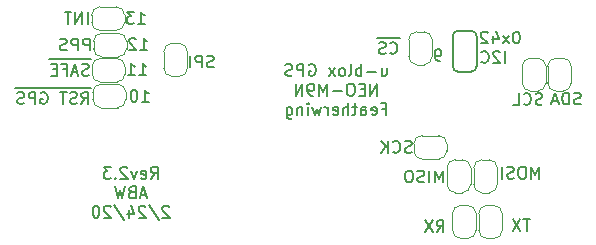
<source format=gbr>
G04 #@! TF.GenerationSoftware,KiCad,Pcbnew,(5.1.4)-1*
G04 #@! TF.CreationDate,2020-02-24T10:19:24-05:00*
G04 #@! TF.ProjectId,Feather-NEO-M9N-GPS,46656174-6865-4722-9d4e-454f2d4d394e,rev?*
G04 #@! TF.SameCoordinates,Original*
G04 #@! TF.FileFunction,Legend,Bot*
G04 #@! TF.FilePolarity,Positive*
%FSLAX46Y46*%
G04 Gerber Fmt 4.6, Leading zero omitted, Abs format (unit mm)*
G04 Created by KiCad (PCBNEW (5.1.4)-1) date 2020-02-24 10:19:24*
%MOMM*%
%LPD*%
G04 APERTURE LIST*
%ADD10C,0.150000*%
%ADD11C,0.120000*%
%ADD12C,0.203200*%
G04 APERTURE END LIST*
D10*
X165798476Y-79654660D02*
X165608000Y-79654660D01*
X165512761Y-79607041D01*
X165465142Y-79559422D01*
X165369904Y-79416565D01*
X165322285Y-79226089D01*
X165322285Y-78845137D01*
X165369904Y-78749899D01*
X165417523Y-78702280D01*
X165512761Y-78654660D01*
X165703238Y-78654660D01*
X165798476Y-78702280D01*
X165846095Y-78749899D01*
X165893714Y-78845137D01*
X165893714Y-79083232D01*
X165846095Y-79178470D01*
X165798476Y-79226089D01*
X165703238Y-79273708D01*
X165512761Y-79273708D01*
X165417523Y-79226089D01*
X165369904Y-79178470D01*
X165322285Y-79083232D01*
X140538176Y-83116680D02*
X141109604Y-83116680D01*
X140823890Y-83116680D02*
X140823890Y-82116680D01*
X140919128Y-82259538D01*
X141014366Y-82354776D01*
X141109604Y-82402395D01*
X139919128Y-82116680D02*
X139823890Y-82116680D01*
X139728652Y-82164300D01*
X139681033Y-82211919D01*
X139633414Y-82307157D01*
X139585795Y-82497633D01*
X139585795Y-82735728D01*
X139633414Y-82926204D01*
X139681033Y-83021442D01*
X139728652Y-83069061D01*
X139823890Y-83116680D01*
X139919128Y-83116680D01*
X140014366Y-83069061D01*
X140061985Y-83021442D01*
X140109604Y-82926204D01*
X140157223Y-82735728D01*
X140157223Y-82497633D01*
X140109604Y-82307157D01*
X140061985Y-82211919D01*
X140014366Y-82164300D01*
X139919128Y-82116680D01*
X141296496Y-89635320D02*
X141629829Y-89159130D01*
X141867924Y-89635320D02*
X141867924Y-88635320D01*
X141486972Y-88635320D01*
X141391734Y-88682940D01*
X141344115Y-88730559D01*
X141296496Y-88825797D01*
X141296496Y-88968654D01*
X141344115Y-89063892D01*
X141391734Y-89111511D01*
X141486972Y-89159130D01*
X141867924Y-89159130D01*
X140486972Y-89587701D02*
X140582210Y-89635320D01*
X140772686Y-89635320D01*
X140867924Y-89587701D01*
X140915543Y-89492463D01*
X140915543Y-89111511D01*
X140867924Y-89016273D01*
X140772686Y-88968654D01*
X140582210Y-88968654D01*
X140486972Y-89016273D01*
X140439353Y-89111511D01*
X140439353Y-89206749D01*
X140915543Y-89301987D01*
X140106020Y-88968654D02*
X139867924Y-89635320D01*
X139629829Y-88968654D01*
X139296496Y-88730559D02*
X139248877Y-88682940D01*
X139153639Y-88635320D01*
X138915543Y-88635320D01*
X138820305Y-88682940D01*
X138772686Y-88730559D01*
X138725067Y-88825797D01*
X138725067Y-88921035D01*
X138772686Y-89063892D01*
X139344115Y-89635320D01*
X138725067Y-89635320D01*
X138296496Y-89540082D02*
X138248877Y-89587701D01*
X138296496Y-89635320D01*
X138344115Y-89587701D01*
X138296496Y-89540082D01*
X138296496Y-89635320D01*
X137915543Y-88635320D02*
X137296496Y-88635320D01*
X137629829Y-89016273D01*
X137486972Y-89016273D01*
X137391734Y-89063892D01*
X137344115Y-89111511D01*
X137296496Y-89206749D01*
X137296496Y-89444844D01*
X137344115Y-89540082D01*
X137391734Y-89587701D01*
X137486972Y-89635320D01*
X137772686Y-89635320D01*
X137867924Y-89587701D01*
X137915543Y-89540082D01*
X140915543Y-90999606D02*
X140439353Y-90999606D01*
X141010781Y-91285320D02*
X140677448Y-90285320D01*
X140344115Y-91285320D01*
X139677448Y-90761511D02*
X139534591Y-90809130D01*
X139486972Y-90856749D01*
X139439353Y-90951987D01*
X139439353Y-91094844D01*
X139486972Y-91190082D01*
X139534591Y-91237701D01*
X139629829Y-91285320D01*
X140010781Y-91285320D01*
X140010781Y-90285320D01*
X139677448Y-90285320D01*
X139582210Y-90332940D01*
X139534591Y-90380559D01*
X139486972Y-90475797D01*
X139486972Y-90571035D01*
X139534591Y-90666273D01*
X139582210Y-90713892D01*
X139677448Y-90761511D01*
X140010781Y-90761511D01*
X139106020Y-90285320D02*
X138867924Y-91285320D01*
X138677448Y-90571035D01*
X138486972Y-91285320D01*
X138248877Y-90285320D01*
X142844115Y-92030559D02*
X142796496Y-91982940D01*
X142701258Y-91935320D01*
X142463162Y-91935320D01*
X142367924Y-91982940D01*
X142320305Y-92030559D01*
X142272686Y-92125797D01*
X142272686Y-92221035D01*
X142320305Y-92363892D01*
X142891734Y-92935320D01*
X142272686Y-92935320D01*
X141129829Y-91887701D02*
X141986972Y-93173416D01*
X140844115Y-92030559D02*
X140796496Y-91982940D01*
X140701258Y-91935320D01*
X140463162Y-91935320D01*
X140367924Y-91982940D01*
X140320305Y-92030559D01*
X140272686Y-92125797D01*
X140272686Y-92221035D01*
X140320305Y-92363892D01*
X140891734Y-92935320D01*
X140272686Y-92935320D01*
X139415543Y-92268654D02*
X139415543Y-92935320D01*
X139653639Y-91887701D02*
X139891734Y-92601987D01*
X139272686Y-92601987D01*
X138177448Y-91887701D02*
X139034591Y-93173416D01*
X137891734Y-92030559D02*
X137844115Y-91982940D01*
X137748877Y-91935320D01*
X137510781Y-91935320D01*
X137415543Y-91982940D01*
X137367924Y-92030559D01*
X137320305Y-92125797D01*
X137320305Y-92221035D01*
X137367924Y-92363892D01*
X137939353Y-92935320D01*
X137320305Y-92935320D01*
X136701258Y-91935320D02*
X136606020Y-91935320D01*
X136510781Y-91982940D01*
X136463162Y-92030559D01*
X136415543Y-92125797D01*
X136367924Y-92316273D01*
X136367924Y-92554368D01*
X136415543Y-92744844D01*
X136463162Y-92840082D01*
X136510781Y-92887701D01*
X136606020Y-92935320D01*
X136701258Y-92935320D01*
X136796496Y-92887701D01*
X136844115Y-92840082D01*
X136891734Y-92744844D01*
X136939353Y-92554368D01*
X136939353Y-92316273D01*
X136891734Y-92125797D01*
X136844115Y-92030559D01*
X136796496Y-91982940D01*
X136701258Y-91935320D01*
X160843433Y-80279314D02*
X160843433Y-80945980D01*
X161272004Y-80279314D02*
X161272004Y-80803123D01*
X161224385Y-80898361D01*
X161129147Y-80945980D01*
X160986290Y-80945980D01*
X160891052Y-80898361D01*
X160843433Y-80850742D01*
X160367242Y-80565028D02*
X159605338Y-80565028D01*
X159129147Y-80945980D02*
X159129147Y-79945980D01*
X159129147Y-80326933D02*
X159033909Y-80279314D01*
X158843433Y-80279314D01*
X158748195Y-80326933D01*
X158700576Y-80374552D01*
X158652957Y-80469790D01*
X158652957Y-80755504D01*
X158700576Y-80850742D01*
X158748195Y-80898361D01*
X158843433Y-80945980D01*
X159033909Y-80945980D01*
X159129147Y-80898361D01*
X158081528Y-80945980D02*
X158176766Y-80898361D01*
X158224385Y-80803123D01*
X158224385Y-79945980D01*
X157557719Y-80945980D02*
X157652957Y-80898361D01*
X157700576Y-80850742D01*
X157748195Y-80755504D01*
X157748195Y-80469790D01*
X157700576Y-80374552D01*
X157652957Y-80326933D01*
X157557719Y-80279314D01*
X157414861Y-80279314D01*
X157319623Y-80326933D01*
X157272004Y-80374552D01*
X157224385Y-80469790D01*
X157224385Y-80755504D01*
X157272004Y-80850742D01*
X157319623Y-80898361D01*
X157414861Y-80945980D01*
X157557719Y-80945980D01*
X156891052Y-80945980D02*
X156367242Y-80279314D01*
X156891052Y-80279314D02*
X156367242Y-80945980D01*
X154700576Y-79993600D02*
X154795814Y-79945980D01*
X154938671Y-79945980D01*
X155081528Y-79993600D01*
X155176766Y-80088838D01*
X155224385Y-80184076D01*
X155272004Y-80374552D01*
X155272004Y-80517409D01*
X155224385Y-80707885D01*
X155176766Y-80803123D01*
X155081528Y-80898361D01*
X154938671Y-80945980D01*
X154843433Y-80945980D01*
X154700576Y-80898361D01*
X154652957Y-80850742D01*
X154652957Y-80517409D01*
X154843433Y-80517409D01*
X154224385Y-80945980D02*
X154224385Y-79945980D01*
X153843433Y-79945980D01*
X153748195Y-79993600D01*
X153700576Y-80041219D01*
X153652957Y-80136457D01*
X153652957Y-80279314D01*
X153700576Y-80374552D01*
X153748195Y-80422171D01*
X153843433Y-80469790D01*
X154224385Y-80469790D01*
X153272004Y-80898361D02*
X153129147Y-80945980D01*
X152891052Y-80945980D01*
X152795814Y-80898361D01*
X152748195Y-80850742D01*
X152700576Y-80755504D01*
X152700576Y-80660266D01*
X152748195Y-80565028D01*
X152795814Y-80517409D01*
X152891052Y-80469790D01*
X153081528Y-80422171D01*
X153176766Y-80374552D01*
X153224385Y-80326933D01*
X153272004Y-80231695D01*
X153272004Y-80136457D01*
X153224385Y-80041219D01*
X153176766Y-79993600D01*
X153081528Y-79945980D01*
X152843433Y-79945980D01*
X152700576Y-79993600D01*
X160462480Y-82595980D02*
X160462480Y-81595980D01*
X159891052Y-82595980D01*
X159891052Y-81595980D01*
X159414861Y-82072171D02*
X159081528Y-82072171D01*
X158938671Y-82595980D02*
X159414861Y-82595980D01*
X159414861Y-81595980D01*
X158938671Y-81595980D01*
X158319623Y-81595980D02*
X158129147Y-81595980D01*
X158033909Y-81643600D01*
X157938671Y-81738838D01*
X157891052Y-81929314D01*
X157891052Y-82262647D01*
X157938671Y-82453123D01*
X158033909Y-82548361D01*
X158129147Y-82595980D01*
X158319623Y-82595980D01*
X158414861Y-82548361D01*
X158510100Y-82453123D01*
X158557719Y-82262647D01*
X158557719Y-81929314D01*
X158510100Y-81738838D01*
X158414861Y-81643600D01*
X158319623Y-81595980D01*
X157462480Y-82215028D02*
X156700576Y-82215028D01*
X156224385Y-82595980D02*
X156224385Y-81595980D01*
X155891052Y-82310266D01*
X155557719Y-81595980D01*
X155557719Y-82595980D01*
X155033909Y-82595980D02*
X154843433Y-82595980D01*
X154748195Y-82548361D01*
X154700576Y-82500742D01*
X154605338Y-82357885D01*
X154557719Y-82167409D01*
X154557719Y-81786457D01*
X154605338Y-81691219D01*
X154652957Y-81643600D01*
X154748195Y-81595980D01*
X154938671Y-81595980D01*
X155033909Y-81643600D01*
X155081528Y-81691219D01*
X155129147Y-81786457D01*
X155129147Y-82024552D01*
X155081528Y-82119790D01*
X155033909Y-82167409D01*
X154938671Y-82215028D01*
X154748195Y-82215028D01*
X154652957Y-82167409D01*
X154605338Y-82119790D01*
X154557719Y-82024552D01*
X154129147Y-82595980D02*
X154129147Y-81595980D01*
X153557719Y-82595980D01*
X153557719Y-81595980D01*
X160891052Y-83722171D02*
X161224385Y-83722171D01*
X161224385Y-84245980D02*
X161224385Y-83245980D01*
X160748195Y-83245980D01*
X159986290Y-84198361D02*
X160081528Y-84245980D01*
X160272004Y-84245980D01*
X160367242Y-84198361D01*
X160414861Y-84103123D01*
X160414861Y-83722171D01*
X160367242Y-83626933D01*
X160272004Y-83579314D01*
X160081528Y-83579314D01*
X159986290Y-83626933D01*
X159938671Y-83722171D01*
X159938671Y-83817409D01*
X160414861Y-83912647D01*
X159081528Y-84245980D02*
X159081528Y-83722171D01*
X159129147Y-83626933D01*
X159224385Y-83579314D01*
X159414861Y-83579314D01*
X159510100Y-83626933D01*
X159081528Y-84198361D02*
X159176766Y-84245980D01*
X159414861Y-84245980D01*
X159510100Y-84198361D01*
X159557719Y-84103123D01*
X159557719Y-84007885D01*
X159510100Y-83912647D01*
X159414861Y-83865028D01*
X159176766Y-83865028D01*
X159081528Y-83817409D01*
X158748195Y-83579314D02*
X158367242Y-83579314D01*
X158605338Y-83245980D02*
X158605338Y-84103123D01*
X158557719Y-84198361D01*
X158462480Y-84245980D01*
X158367242Y-84245980D01*
X158033909Y-84245980D02*
X158033909Y-83245980D01*
X157605338Y-84245980D02*
X157605338Y-83722171D01*
X157652957Y-83626933D01*
X157748195Y-83579314D01*
X157891052Y-83579314D01*
X157986290Y-83626933D01*
X158033909Y-83674552D01*
X156748195Y-84198361D02*
X156843433Y-84245980D01*
X157033909Y-84245980D01*
X157129147Y-84198361D01*
X157176766Y-84103123D01*
X157176766Y-83722171D01*
X157129147Y-83626933D01*
X157033909Y-83579314D01*
X156843433Y-83579314D01*
X156748195Y-83626933D01*
X156700576Y-83722171D01*
X156700576Y-83817409D01*
X157176766Y-83912647D01*
X156272004Y-84245980D02*
X156272004Y-83579314D01*
X156272004Y-83769790D02*
X156224385Y-83674552D01*
X156176766Y-83626933D01*
X156081528Y-83579314D01*
X155986290Y-83579314D01*
X155748195Y-83579314D02*
X155557719Y-84245980D01*
X155367242Y-83769790D01*
X155176766Y-84245980D01*
X154986290Y-83579314D01*
X154605338Y-84245980D02*
X154605338Y-83579314D01*
X154605338Y-83245980D02*
X154652957Y-83293600D01*
X154605338Y-83341219D01*
X154557719Y-83293600D01*
X154605338Y-83245980D01*
X154605338Y-83341219D01*
X154129147Y-83579314D02*
X154129147Y-84245980D01*
X154129147Y-83674552D02*
X154081528Y-83626933D01*
X153986290Y-83579314D01*
X153843433Y-83579314D01*
X153748195Y-83626933D01*
X153700576Y-83722171D01*
X153700576Y-84245980D01*
X152795814Y-83579314D02*
X152795814Y-84388838D01*
X152843433Y-84484076D01*
X152891052Y-84531695D01*
X152986290Y-84579314D01*
X153129147Y-84579314D01*
X153224385Y-84531695D01*
X152795814Y-84198361D02*
X152891052Y-84245980D01*
X153081528Y-84245980D01*
X153176766Y-84198361D01*
X153224385Y-84150742D01*
X153272004Y-84055504D01*
X153272004Y-83769790D01*
X153224385Y-83674552D01*
X153176766Y-83626933D01*
X153081528Y-83579314D01*
X152891052Y-83579314D01*
X152795814Y-83626933D01*
X172290881Y-77186540D02*
X172195643Y-77186540D01*
X172100405Y-77234160D01*
X172052786Y-77281779D01*
X172005167Y-77377017D01*
X171957548Y-77567493D01*
X171957548Y-77805588D01*
X172005167Y-77996064D01*
X172052786Y-78091302D01*
X172100405Y-78138921D01*
X172195643Y-78186540D01*
X172290881Y-78186540D01*
X172386120Y-78138921D01*
X172433739Y-78091302D01*
X172481358Y-77996064D01*
X172528977Y-77805588D01*
X172528977Y-77567493D01*
X172481358Y-77377017D01*
X172433739Y-77281779D01*
X172386120Y-77234160D01*
X172290881Y-77186540D01*
X171624215Y-78186540D02*
X171100405Y-77519874D01*
X171624215Y-77519874D02*
X171100405Y-78186540D01*
X170290881Y-77519874D02*
X170290881Y-78186540D01*
X170528977Y-77138921D02*
X170767072Y-77853207D01*
X170148024Y-77853207D01*
X169814691Y-77281779D02*
X169767072Y-77234160D01*
X169671834Y-77186540D01*
X169433739Y-77186540D01*
X169338500Y-77234160D01*
X169290881Y-77281779D01*
X169243262Y-77377017D01*
X169243262Y-77472255D01*
X169290881Y-77615112D01*
X169862310Y-78186540D01*
X169243262Y-78186540D01*
X140309576Y-80856080D02*
X140881004Y-80856080D01*
X140595290Y-80856080D02*
X140595290Y-79856080D01*
X140690528Y-79998938D01*
X140785766Y-80094176D01*
X140881004Y-80141795D01*
X139357195Y-80856080D02*
X139928623Y-80856080D01*
X139642909Y-80856080D02*
X139642909Y-79856080D01*
X139738147Y-79998938D01*
X139833385Y-80094176D01*
X139928623Y-80141795D01*
X140411176Y-78722480D02*
X140982604Y-78722480D01*
X140696890Y-78722480D02*
X140696890Y-77722480D01*
X140792128Y-77865338D01*
X140887366Y-77960576D01*
X140982604Y-78008195D01*
X140030223Y-77817719D02*
X139982604Y-77770100D01*
X139887366Y-77722480D01*
X139649271Y-77722480D01*
X139554033Y-77770100D01*
X139506414Y-77817719D01*
X139458795Y-77912957D01*
X139458795Y-78008195D01*
X139506414Y-78151052D01*
X140077842Y-78722480D01*
X139458795Y-78722480D01*
X140207976Y-76525380D02*
X140779404Y-76525380D01*
X140493690Y-76525380D02*
X140493690Y-75525380D01*
X140588928Y-75668238D01*
X140684166Y-75763476D01*
X140779404Y-75811095D01*
X139874642Y-75525380D02*
X139255595Y-75525380D01*
X139588928Y-75906333D01*
X139446071Y-75906333D01*
X139350833Y-75953952D01*
X139303214Y-76001571D01*
X139255595Y-76096809D01*
X139255595Y-76334904D01*
X139303214Y-76430142D01*
X139350833Y-76477761D01*
X139446071Y-76525380D01*
X139731785Y-76525380D01*
X139827023Y-76477761D01*
X139874642Y-76430142D01*
D11*
X164260300Y-87982300D02*
X165660300Y-87982300D01*
X166360300Y-87282300D02*
X166360300Y-86682300D01*
X165660300Y-85982300D02*
X164260300Y-85982300D01*
X163560300Y-86682300D02*
X163560300Y-87282300D01*
X163560300Y-87282300D02*
G75*
G03X164260300Y-87982300I700000J0D01*
G01*
X164260300Y-85982300D02*
G75*
G03X163560300Y-86682300I0J-700000D01*
G01*
X166360300Y-86682300D02*
G75*
G03X165660300Y-85982300I-700000J0D01*
G01*
X165660300Y-87982300D02*
G75*
G03X166360300Y-87282300I0J700000D01*
G01*
X163122100Y-77887600D02*
X163122100Y-79287600D01*
X163822100Y-79987600D02*
X164422100Y-79987600D01*
X165122100Y-79287600D02*
X165122100Y-77887600D01*
X164422100Y-77187600D02*
X163822100Y-77187600D01*
X163822100Y-77187600D02*
G75*
G03X163122100Y-77887600I0J-700000D01*
G01*
X165122100Y-77887600D02*
G75*
G03X164422100Y-77187600I-700000J0D01*
G01*
X164422100Y-79987600D02*
G75*
G03X165122100Y-79287600I0J700000D01*
G01*
X163122100Y-79287600D02*
G75*
G03X163822100Y-79987600I700000J0D01*
G01*
X142395700Y-78878200D02*
X142395700Y-80278200D01*
X143095700Y-80978200D02*
X143695700Y-80978200D01*
X144395700Y-80278200D02*
X144395700Y-78878200D01*
X143695700Y-78178200D02*
X143095700Y-78178200D01*
X143095700Y-78178200D02*
G75*
G03X142395700Y-78878200I0J-700000D01*
G01*
X144395700Y-78878200D02*
G75*
G03X143695700Y-78178200I-700000J0D01*
G01*
X143695700Y-80978200D02*
G75*
G03X144395700Y-80278200I0J700000D01*
G01*
X142395700Y-80278200D02*
G75*
G03X143095700Y-80978200I700000J0D01*
G01*
X168633900Y-88720700D02*
X168633900Y-90120700D01*
X169333900Y-90820700D02*
X169933900Y-90820700D01*
X170633900Y-90120700D02*
X170633900Y-88720700D01*
X169933900Y-88020700D02*
X169333900Y-88020700D01*
X169333900Y-88020700D02*
G75*
G03X168633900Y-88720700I0J-700000D01*
G01*
X170633900Y-88720700D02*
G75*
G03X169933900Y-88020700I-700000J0D01*
G01*
X169933900Y-90820700D02*
G75*
G03X170633900Y-90120700I0J700000D01*
G01*
X168633900Y-90120700D02*
G75*
G03X169333900Y-90820700I700000J0D01*
G01*
X168373300Y-90120700D02*
X168373300Y-88720700D01*
X167673300Y-88020700D02*
X167073300Y-88020700D01*
X166373300Y-88720700D02*
X166373300Y-90120700D01*
X167073300Y-90820700D02*
X167673300Y-90820700D01*
X167673300Y-90820700D02*
G75*
G03X168373300Y-90120700I0J700000D01*
G01*
X166373300Y-90120700D02*
G75*
G03X167073300Y-90820700I700000J0D01*
G01*
X167073300Y-88020700D02*
G75*
G03X166373300Y-88720700I0J-700000D01*
G01*
X168373300Y-88720700D02*
G75*
G03X167673300Y-88020700I-700000J0D01*
G01*
X137082300Y-83626200D02*
X138482300Y-83626200D01*
X139182300Y-82926200D02*
X139182300Y-82326200D01*
X138482300Y-81626200D02*
X137082300Y-81626200D01*
X136382300Y-82326200D02*
X136382300Y-82926200D01*
X136382300Y-82926200D02*
G75*
G03X137082300Y-83626200I700000J0D01*
G01*
X137082300Y-81626200D02*
G75*
G03X136382300Y-82326200I0J-700000D01*
G01*
X139182300Y-82326200D02*
G75*
G03X138482300Y-81626200I-700000J0D01*
G01*
X138482300Y-83626200D02*
G75*
G03X139182300Y-82926200I0J700000D01*
G01*
D12*
X166852600Y-77571600D02*
X166852600Y-80111600D01*
X168427400Y-77114400D02*
X167309800Y-77114400D01*
X168427400Y-80568800D02*
X167309800Y-80568800D01*
X168427400Y-80568800D02*
G75*
G03X168884600Y-80111600I0J457200D01*
G01*
X168884600Y-77571600D02*
G75*
G03X168427400Y-77114400I-457200J0D01*
G01*
X166852600Y-77571600D02*
G75*
G02X167309800Y-77114400I457200J0D01*
G01*
X167309800Y-80568800D02*
G75*
G02X166852600Y-80111600I0J457200D01*
G01*
X168884600Y-80111600D02*
X168884600Y-77571600D01*
D11*
X137016500Y-81454500D02*
X138416500Y-81454500D01*
X139116500Y-80754500D02*
X139116500Y-80154500D01*
X138416500Y-79454500D02*
X137016500Y-79454500D01*
X136316500Y-80154500D02*
X136316500Y-80754500D01*
X136316500Y-80754500D02*
G75*
G03X137016500Y-81454500I700000J0D01*
G01*
X137016500Y-79454500D02*
G75*
G03X136316500Y-80154500I0J-700000D01*
G01*
X139116500Y-80154500D02*
G75*
G03X138416500Y-79454500I-700000J0D01*
G01*
X138416500Y-81454500D02*
G75*
G03X139116500Y-80754500I0J700000D01*
G01*
X137145800Y-79320900D02*
X138545800Y-79320900D01*
X139245800Y-78620900D02*
X139245800Y-78020900D01*
X138545800Y-77320900D02*
X137145800Y-77320900D01*
X136445800Y-78020900D02*
X136445800Y-78620900D01*
X136445800Y-78620900D02*
G75*
G03X137145800Y-79320900I700000J0D01*
G01*
X137145800Y-77320900D02*
G75*
G03X136445800Y-78020900I0J-700000D01*
G01*
X139245800Y-78020900D02*
G75*
G03X138545800Y-77320900I-700000J0D01*
G01*
X138545800Y-79320900D02*
G75*
G03X139245800Y-78620900I0J700000D01*
G01*
X136980700Y-77085700D02*
X138380700Y-77085700D01*
X139080700Y-76385700D02*
X139080700Y-75785700D01*
X138380700Y-75085700D02*
X136980700Y-75085700D01*
X136280700Y-75785700D02*
X136280700Y-76385700D01*
X136280700Y-76385700D02*
G75*
G03X136980700Y-77085700I700000J0D01*
G01*
X136980700Y-75085700D02*
G75*
G03X136280700Y-75785700I0J-700000D01*
G01*
X139080700Y-75785700D02*
G75*
G03X138380700Y-75085700I-700000J0D01*
G01*
X138380700Y-77085700D02*
G75*
G03X139080700Y-76385700I0J700000D01*
G01*
X168835580Y-93994200D02*
X168835580Y-92594200D01*
X168135580Y-91894200D02*
X167535580Y-91894200D01*
X166835580Y-92594200D02*
X166835580Y-93994200D01*
X167535580Y-94694200D02*
X168135580Y-94694200D01*
X168135580Y-94694200D02*
G75*
G03X168835580Y-93994200I0J700000D01*
G01*
X166835580Y-93994200D02*
G75*
G03X167535580Y-94694200I700000J0D01*
G01*
X167535580Y-91894200D02*
G75*
G03X166835580Y-92594200I0J-700000D01*
G01*
X168835580Y-92594200D02*
G75*
G03X168135580Y-91894200I-700000J0D01*
G01*
X169055540Y-92599280D02*
X169055540Y-93999280D01*
X169755540Y-94699280D02*
X170355540Y-94699280D01*
X171055540Y-93999280D02*
X171055540Y-92599280D01*
X170355540Y-91899280D02*
X169755540Y-91899280D01*
X169755540Y-91899280D02*
G75*
G03X169055540Y-92599280I0J-700000D01*
G01*
X171055540Y-92599280D02*
G75*
G03X170355540Y-91899280I-700000J0D01*
G01*
X170355540Y-94699280D02*
G75*
G03X171055540Y-93999280I0J700000D01*
G01*
X169055540Y-93999280D02*
G75*
G03X169755540Y-94699280I700000J0D01*
G01*
X174746160Y-81522800D02*
X174746160Y-80122800D01*
X174046160Y-79422800D02*
X173446160Y-79422800D01*
X172746160Y-80122800D02*
X172746160Y-81522800D01*
X173446160Y-82222800D02*
X174046160Y-82222800D01*
X174046160Y-82222800D02*
G75*
G03X174746160Y-81522800I0J700000D01*
G01*
X172746160Y-81522800D02*
G75*
G03X173446160Y-82222800I700000J0D01*
G01*
X173446160Y-79422800D02*
G75*
G03X172746160Y-80122800I0J-700000D01*
G01*
X174746160Y-80122800D02*
G75*
G03X174046160Y-79422800I-700000J0D01*
G01*
X176895000Y-81522800D02*
X176895000Y-80122800D01*
X176195000Y-79422800D02*
X175595000Y-79422800D01*
X174895000Y-80122800D02*
X174895000Y-81522800D01*
X175595000Y-82222800D02*
X176195000Y-82222800D01*
X176195000Y-82222800D02*
G75*
G03X176895000Y-81522800I0J700000D01*
G01*
X174895000Y-81522800D02*
G75*
G03X175595000Y-82222800I700000J0D01*
G01*
X175595000Y-79422800D02*
G75*
G03X174895000Y-80122800I0J-700000D01*
G01*
X176895000Y-80122800D02*
G75*
G03X176195000Y-79422800I-700000J0D01*
G01*
D10*
X163375814Y-87387061D02*
X163232957Y-87434680D01*
X162994861Y-87434680D01*
X162899623Y-87387061D01*
X162852004Y-87339442D01*
X162804385Y-87244204D01*
X162804385Y-87148966D01*
X162852004Y-87053728D01*
X162899623Y-87006109D01*
X162994861Y-86958490D01*
X163185338Y-86910871D01*
X163280576Y-86863252D01*
X163328195Y-86815633D01*
X163375814Y-86720395D01*
X163375814Y-86625157D01*
X163328195Y-86529919D01*
X163280576Y-86482300D01*
X163185338Y-86434680D01*
X162947242Y-86434680D01*
X162804385Y-86482300D01*
X161804385Y-87339442D02*
X161852004Y-87387061D01*
X161994861Y-87434680D01*
X162090100Y-87434680D01*
X162232957Y-87387061D01*
X162328195Y-87291823D01*
X162375814Y-87196585D01*
X162423433Y-87006109D01*
X162423433Y-86863252D01*
X162375814Y-86672776D01*
X162328195Y-86577538D01*
X162232957Y-86482300D01*
X162090100Y-86434680D01*
X161994861Y-86434680D01*
X161852004Y-86482300D01*
X161804385Y-86529919D01*
X161375814Y-87434680D02*
X161375814Y-86434680D01*
X160804385Y-87434680D02*
X161232957Y-86863252D01*
X160804385Y-86434680D02*
X161375814Y-87006109D01*
X162367790Y-77710700D02*
X161367790Y-77710700D01*
X161558266Y-78982842D02*
X161605885Y-79030461D01*
X161748742Y-79078080D01*
X161843980Y-79078080D01*
X161986838Y-79030461D01*
X162082076Y-78935223D01*
X162129695Y-78839985D01*
X162177314Y-78649509D01*
X162177314Y-78506652D01*
X162129695Y-78316176D01*
X162082076Y-78220938D01*
X161986838Y-78125700D01*
X161843980Y-78078080D01*
X161748742Y-78078080D01*
X161605885Y-78125700D01*
X161558266Y-78173319D01*
X161367790Y-77710700D02*
X160415409Y-77710700D01*
X161177314Y-79030461D02*
X161034457Y-79078080D01*
X160796361Y-79078080D01*
X160701123Y-79030461D01*
X160653504Y-78982842D01*
X160605885Y-78887604D01*
X160605885Y-78792366D01*
X160653504Y-78697128D01*
X160701123Y-78649509D01*
X160796361Y-78601890D01*
X160986838Y-78554271D01*
X161082076Y-78506652D01*
X161129695Y-78459033D01*
X161177314Y-78363795D01*
X161177314Y-78268557D01*
X161129695Y-78173319D01*
X161082076Y-78125700D01*
X160986838Y-78078080D01*
X160748742Y-78078080D01*
X160605885Y-78125700D01*
X146606449Y-80165841D02*
X146463592Y-80213460D01*
X146225497Y-80213460D01*
X146130259Y-80165841D01*
X146082640Y-80118222D01*
X146035020Y-80022984D01*
X146035020Y-79927746D01*
X146082640Y-79832508D01*
X146130259Y-79784889D01*
X146225497Y-79737270D01*
X146415973Y-79689651D01*
X146511211Y-79642032D01*
X146558830Y-79594413D01*
X146606449Y-79499175D01*
X146606449Y-79403937D01*
X146558830Y-79308699D01*
X146511211Y-79261080D01*
X146415973Y-79213460D01*
X146177878Y-79213460D01*
X146035020Y-79261080D01*
X145606449Y-80213460D02*
X145606449Y-79213460D01*
X145225497Y-79213460D01*
X145130259Y-79261080D01*
X145082640Y-79308699D01*
X145035020Y-79403937D01*
X145035020Y-79546794D01*
X145082640Y-79642032D01*
X145130259Y-79689651D01*
X145225497Y-79737270D01*
X145606449Y-79737270D01*
X144606449Y-80213460D02*
X144606449Y-79213460D01*
X174189828Y-89631780D02*
X174189828Y-88631780D01*
X173856495Y-89346066D01*
X173523161Y-88631780D01*
X173523161Y-89631780D01*
X172856495Y-88631780D02*
X172666019Y-88631780D01*
X172570780Y-88679400D01*
X172475542Y-88774638D01*
X172427923Y-88965114D01*
X172427923Y-89298447D01*
X172475542Y-89488923D01*
X172570780Y-89584161D01*
X172666019Y-89631780D01*
X172856495Y-89631780D01*
X172951733Y-89584161D01*
X173046971Y-89488923D01*
X173094590Y-89298447D01*
X173094590Y-88965114D01*
X173046971Y-88774638D01*
X172951733Y-88679400D01*
X172856495Y-88631780D01*
X172046971Y-89584161D02*
X171904114Y-89631780D01*
X171666019Y-89631780D01*
X171570780Y-89584161D01*
X171523161Y-89536542D01*
X171475542Y-89441304D01*
X171475542Y-89346066D01*
X171523161Y-89250828D01*
X171570780Y-89203209D01*
X171666019Y-89155590D01*
X171856495Y-89107971D01*
X171951733Y-89060352D01*
X171999352Y-89012733D01*
X172046971Y-88917495D01*
X172046971Y-88822257D01*
X171999352Y-88727019D01*
X171951733Y-88679400D01*
X171856495Y-88631780D01*
X171618400Y-88631780D01*
X171475542Y-88679400D01*
X171046971Y-89631780D02*
X171046971Y-88631780D01*
X166011028Y-89949280D02*
X166011028Y-88949280D01*
X165677695Y-89663566D01*
X165344361Y-88949280D01*
X165344361Y-89949280D01*
X164868171Y-89949280D02*
X164868171Y-88949280D01*
X164439600Y-89901661D02*
X164296742Y-89949280D01*
X164058647Y-89949280D01*
X163963409Y-89901661D01*
X163915790Y-89854042D01*
X163868171Y-89758804D01*
X163868171Y-89663566D01*
X163915790Y-89568328D01*
X163963409Y-89520709D01*
X164058647Y-89473090D01*
X164249123Y-89425471D01*
X164344361Y-89377852D01*
X164391980Y-89330233D01*
X164439600Y-89234995D01*
X164439600Y-89139757D01*
X164391980Y-89044519D01*
X164344361Y-88996900D01*
X164249123Y-88949280D01*
X164011028Y-88949280D01*
X163868171Y-88996900D01*
X163249123Y-88949280D02*
X163058647Y-88949280D01*
X162963409Y-88996900D01*
X162868171Y-89092138D01*
X162820552Y-89282614D01*
X162820552Y-89615947D01*
X162868171Y-89806423D01*
X162963409Y-89901661D01*
X163058647Y-89949280D01*
X163249123Y-89949280D01*
X163344361Y-89901661D01*
X163439600Y-89806423D01*
X163487219Y-89615947D01*
X163487219Y-89282614D01*
X163439600Y-89092138D01*
X163344361Y-88996900D01*
X163249123Y-88949280D01*
X136234085Y-81939800D02*
X135234085Y-81939800D01*
X135424561Y-83307180D02*
X135757895Y-82830990D01*
X135995990Y-83307180D02*
X135995990Y-82307180D01*
X135615038Y-82307180D01*
X135519800Y-82354800D01*
X135472180Y-82402419D01*
X135424561Y-82497657D01*
X135424561Y-82640514D01*
X135472180Y-82735752D01*
X135519800Y-82783371D01*
X135615038Y-82830990D01*
X135995990Y-82830990D01*
X135234085Y-81939800D02*
X134281704Y-81939800D01*
X135043609Y-83259561D02*
X134900752Y-83307180D01*
X134662657Y-83307180D01*
X134567419Y-83259561D01*
X134519800Y-83211942D01*
X134472180Y-83116704D01*
X134472180Y-83021466D01*
X134519800Y-82926228D01*
X134567419Y-82878609D01*
X134662657Y-82830990D01*
X134853133Y-82783371D01*
X134948371Y-82735752D01*
X134995990Y-82688133D01*
X135043609Y-82592895D01*
X135043609Y-82497657D01*
X134995990Y-82402419D01*
X134948371Y-82354800D01*
X134853133Y-82307180D01*
X134615038Y-82307180D01*
X134472180Y-82354800D01*
X134281704Y-81939800D02*
X133519800Y-81939800D01*
X134186466Y-82307180D02*
X133615038Y-82307180D01*
X133900752Y-83307180D02*
X133900752Y-82307180D01*
X133519800Y-81939800D02*
X132757895Y-81939800D01*
X132757895Y-81939800D02*
X131757895Y-81939800D01*
X131995990Y-82354800D02*
X132091228Y-82307180D01*
X132234085Y-82307180D01*
X132376942Y-82354800D01*
X132472180Y-82450038D01*
X132519800Y-82545276D01*
X132567419Y-82735752D01*
X132567419Y-82878609D01*
X132519800Y-83069085D01*
X132472180Y-83164323D01*
X132376942Y-83259561D01*
X132234085Y-83307180D01*
X132138847Y-83307180D01*
X131995990Y-83259561D01*
X131948371Y-83211942D01*
X131948371Y-82878609D01*
X132138847Y-82878609D01*
X131757895Y-81939800D02*
X130757895Y-81939800D01*
X131519800Y-83307180D02*
X131519800Y-82307180D01*
X131138847Y-82307180D01*
X131043609Y-82354800D01*
X130995990Y-82402419D01*
X130948371Y-82497657D01*
X130948371Y-82640514D01*
X130995990Y-82735752D01*
X131043609Y-82783371D01*
X131138847Y-82830990D01*
X131519800Y-82830990D01*
X130757895Y-81939800D02*
X129805514Y-81939800D01*
X130567419Y-83259561D02*
X130424561Y-83307180D01*
X130186466Y-83307180D01*
X130091228Y-83259561D01*
X130043609Y-83211942D01*
X129995990Y-83116704D01*
X129995990Y-83021466D01*
X130043609Y-82926228D01*
X130091228Y-82878609D01*
X130186466Y-82830990D01*
X130376942Y-82783371D01*
X130472180Y-82735752D01*
X130519800Y-82688133D01*
X130567419Y-82592895D01*
X130567419Y-82497657D01*
X130519800Y-82402419D01*
X130472180Y-82354800D01*
X130376942Y-82307180D01*
X130138847Y-82307180D01*
X129995990Y-82354800D01*
X171283190Y-79834620D02*
X171283190Y-78834620D01*
X170854619Y-78929859D02*
X170807000Y-78882240D01*
X170711761Y-78834620D01*
X170473666Y-78834620D01*
X170378428Y-78882240D01*
X170330809Y-78929859D01*
X170283190Y-79025097D01*
X170283190Y-79120335D01*
X170330809Y-79263192D01*
X170902238Y-79834620D01*
X170283190Y-79834620D01*
X169283190Y-79739382D02*
X169330809Y-79787001D01*
X169473666Y-79834620D01*
X169568904Y-79834620D01*
X169711761Y-79787001D01*
X169807000Y-79691763D01*
X169854619Y-79596525D01*
X169902238Y-79406049D01*
X169902238Y-79263192D01*
X169854619Y-79072716D01*
X169807000Y-78977478D01*
X169711761Y-78882240D01*
X169568904Y-78834620D01*
X169473666Y-78834620D01*
X169330809Y-78882240D01*
X169283190Y-78929859D01*
X136220534Y-79544580D02*
X135268153Y-79544580D01*
X136030058Y-80864341D02*
X135887200Y-80911960D01*
X135649105Y-80911960D01*
X135553867Y-80864341D01*
X135506248Y-80816722D01*
X135458629Y-80721484D01*
X135458629Y-80626246D01*
X135506248Y-80531008D01*
X135553867Y-80483389D01*
X135649105Y-80435770D01*
X135839581Y-80388151D01*
X135934820Y-80340532D01*
X135982439Y-80292913D01*
X136030058Y-80197675D01*
X136030058Y-80102437D01*
X135982439Y-80007199D01*
X135934820Y-79959580D01*
X135839581Y-79911960D01*
X135601486Y-79911960D01*
X135458629Y-79959580D01*
X135268153Y-79544580D02*
X134411010Y-79544580D01*
X135077677Y-80626246D02*
X134601486Y-80626246D01*
X135172915Y-80911960D02*
X134839581Y-79911960D01*
X134506248Y-80911960D01*
X134411010Y-79544580D02*
X133553867Y-79544580D01*
X133839581Y-80388151D02*
X134172915Y-80388151D01*
X134172915Y-80911960D02*
X134172915Y-79911960D01*
X133696724Y-79911960D01*
X133553867Y-79544580D02*
X132649105Y-79544580D01*
X133315772Y-80388151D02*
X132982439Y-80388151D01*
X132839581Y-80911960D02*
X133315772Y-80911960D01*
X133315772Y-79911960D01*
X132839581Y-79911960D01*
X136111739Y-78778360D02*
X136111739Y-77778360D01*
X135730786Y-77778360D01*
X135635548Y-77825980D01*
X135587929Y-77873599D01*
X135540310Y-77968837D01*
X135540310Y-78111694D01*
X135587929Y-78206932D01*
X135635548Y-78254551D01*
X135730786Y-78302170D01*
X136111739Y-78302170D01*
X135111739Y-78778360D02*
X135111739Y-77778360D01*
X134730786Y-77778360D01*
X134635548Y-77825980D01*
X134587929Y-77873599D01*
X134540310Y-77968837D01*
X134540310Y-78111694D01*
X134587929Y-78206932D01*
X134635548Y-78254551D01*
X134730786Y-78302170D01*
X135111739Y-78302170D01*
X134159358Y-78730741D02*
X134016501Y-78778360D01*
X133778405Y-78778360D01*
X133683167Y-78730741D01*
X133635548Y-78683122D01*
X133587929Y-78587884D01*
X133587929Y-78492646D01*
X133635548Y-78397408D01*
X133683167Y-78349789D01*
X133778405Y-78302170D01*
X133968882Y-78254551D01*
X134064120Y-78206932D01*
X134111739Y-78159313D01*
X134159358Y-78064075D01*
X134159358Y-77968837D01*
X134111739Y-77873599D01*
X134064120Y-77825980D01*
X133968882Y-77778360D01*
X133730786Y-77778360D01*
X133587929Y-77825980D01*
X135946639Y-76548240D02*
X135946639Y-75548240D01*
X135470449Y-76548240D02*
X135470449Y-75548240D01*
X134899020Y-76548240D01*
X134899020Y-75548240D01*
X134565687Y-75548240D02*
X133994258Y-75548240D01*
X134279973Y-76548240D02*
X134279973Y-75548240D01*
X165495266Y-94140280D02*
X165828600Y-93664090D01*
X166066695Y-94140280D02*
X166066695Y-93140280D01*
X165685742Y-93140280D01*
X165590504Y-93187900D01*
X165542885Y-93235519D01*
X165495266Y-93330757D01*
X165495266Y-93473614D01*
X165542885Y-93568852D01*
X165590504Y-93616471D01*
X165685742Y-93664090D01*
X166066695Y-93664090D01*
X165161933Y-93140280D02*
X164495266Y-94140280D01*
X164495266Y-93140280D02*
X165161933Y-94140280D01*
X173405704Y-93076780D02*
X172834276Y-93076780D01*
X173119990Y-94076780D02*
X173119990Y-93076780D01*
X172596180Y-93076780D02*
X171929514Y-94076780D01*
X171929514Y-93076780D02*
X172596180Y-94076780D01*
X174443876Y-83335761D02*
X174301019Y-83383380D01*
X174062923Y-83383380D01*
X173967685Y-83335761D01*
X173920066Y-83288142D01*
X173872447Y-83192904D01*
X173872447Y-83097666D01*
X173920066Y-83002428D01*
X173967685Y-82954809D01*
X174062923Y-82907190D01*
X174253400Y-82859571D01*
X174348638Y-82811952D01*
X174396257Y-82764333D01*
X174443876Y-82669095D01*
X174443876Y-82573857D01*
X174396257Y-82478619D01*
X174348638Y-82431000D01*
X174253400Y-82383380D01*
X174015304Y-82383380D01*
X173872447Y-82431000D01*
X172872447Y-83288142D02*
X172920066Y-83335761D01*
X173062923Y-83383380D01*
X173158161Y-83383380D01*
X173301019Y-83335761D01*
X173396257Y-83240523D01*
X173443876Y-83145285D01*
X173491495Y-82954809D01*
X173491495Y-82811952D01*
X173443876Y-82621476D01*
X173396257Y-82526238D01*
X173301019Y-82431000D01*
X173158161Y-82383380D01*
X173062923Y-82383380D01*
X172920066Y-82431000D01*
X172872447Y-82478619D01*
X171967685Y-83383380D02*
X172443876Y-83383380D01*
X172443876Y-82383380D01*
X177693485Y-83297661D02*
X177550628Y-83345280D01*
X177312533Y-83345280D01*
X177217295Y-83297661D01*
X177169676Y-83250042D01*
X177122057Y-83154804D01*
X177122057Y-83059566D01*
X177169676Y-82964328D01*
X177217295Y-82916709D01*
X177312533Y-82869090D01*
X177503009Y-82821471D01*
X177598247Y-82773852D01*
X177645866Y-82726233D01*
X177693485Y-82630995D01*
X177693485Y-82535757D01*
X177645866Y-82440519D01*
X177598247Y-82392900D01*
X177503009Y-82345280D01*
X177264914Y-82345280D01*
X177122057Y-82392900D01*
X176693485Y-83345280D02*
X176693485Y-82345280D01*
X176455390Y-82345280D01*
X176312533Y-82392900D01*
X176217295Y-82488138D01*
X176169676Y-82583376D01*
X176122057Y-82773852D01*
X176122057Y-82916709D01*
X176169676Y-83107185D01*
X176217295Y-83202423D01*
X176312533Y-83297661D01*
X176455390Y-83345280D01*
X176693485Y-83345280D01*
X175741104Y-83059566D02*
X175264914Y-83059566D01*
X175836342Y-83345280D02*
X175503009Y-82345280D01*
X175169676Y-83345280D01*
M02*

</source>
